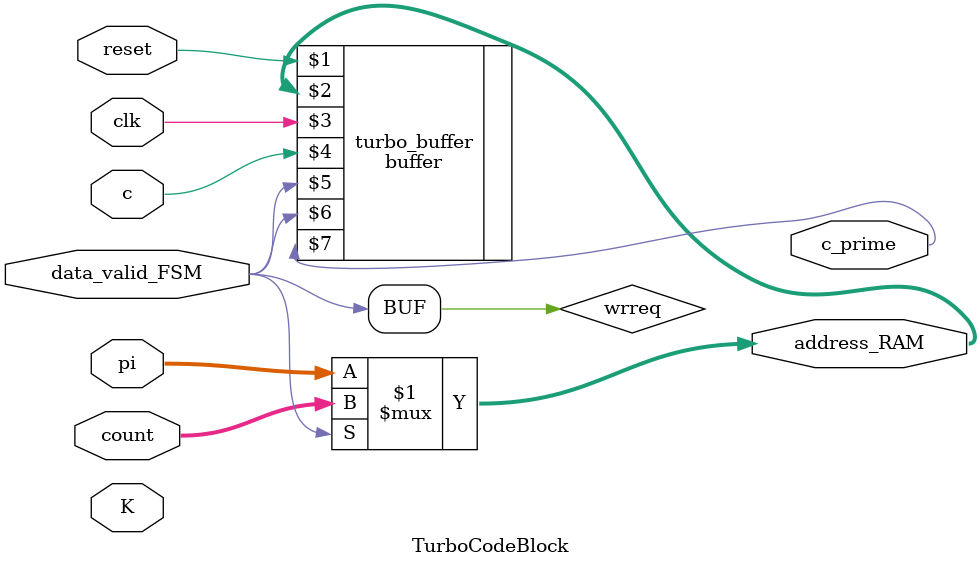
<source format=v>
module TurboCodeBlock(clk, reset, c, K, pi, data_valid_FSM, c_prime, address_RAM, count);
	
	input clk, reset; // clk and reset inputs
	input c, K, data_valid_FSM; // various signals from CRC
	input [12:0] pi; // Index from ROM
	
	output c_prime; // Outputs to FIFO
	wire wrreq;
	//output reg buffered_wrreq;
	reg buffer1;
	
	//output[13:0] address_ROM; 
	input [12:0] count; // Address of ROM to access
	
	output[12:0] address_RAM; // Address of internal RAM buffer
	//wire data_valid_FSM; // Lets the buffer and FIFO know that we're ready to read into FIFO
	
	assign address_RAM = wrreq ? count : pi; // Address by pi when writing, count when reading
	
	buffer turbo_buffer(reset, address_RAM, clk, c /*in*/, wrreq /*rden*/, data_valid_FSM /*wren*/, c_prime /*out*/); // The shuffling/reorder buffer
	
	//wire[12:0] count_passer;
	wire[2:0] current_state, next_state;
	wire[12:0] length;
	wire init;
	
	//assign count = count_passer;
	assign wrreq = data_valid_FSM;

	//assign address_ROM = {K, count};
	//fsm_interleaver fsm(clk, reset, K, c, data_valid_FSM, current_state, count_passer, length, init);

	//ROM rom(reset, address_ROM, clk, pi);
	//always @ (posedge clk)
	//begin
	//	buffer1 <= data_valid_FSM;
	//	buffered_wrreq <= buffer1;
	//end
	
endmodule
</source>
